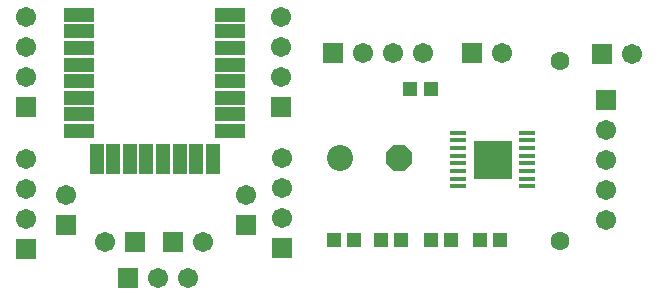
<source format=gts>
G04 Layer_Color=8388736*
%FSLAX25Y25*%
%MOIN*%
G70*
G01*
G75*
%ADD39R,0.10433X0.04724*%
%ADD40R,0.04724X0.10433*%
%ADD41R,0.05131X0.04737*%
%ADD42R,0.05512X0.01772*%
%ADD43R,0.12598X0.12598*%
%ADD44C,0.06706*%
%ADD45R,0.06706X0.06706*%
%ADD46R,0.06706X0.06706*%
%ADD47C,0.08674*%
%ADD48P,0.09389X8X202.5*%
%ADD49C,0.06312*%
D39*
X26378Y56854D02*
D03*
Y62366D02*
D03*
Y67878D02*
D03*
Y73390D02*
D03*
Y78902D02*
D03*
Y84414D02*
D03*
Y89925D02*
D03*
Y95437D02*
D03*
X76772D02*
D03*
Y89925D02*
D03*
Y84414D02*
D03*
Y78902D02*
D03*
Y73390D02*
D03*
Y67878D02*
D03*
Y62366D02*
D03*
Y56854D02*
D03*
D40*
X32284Y47406D02*
D03*
X37795D02*
D03*
X43307D02*
D03*
X48819D02*
D03*
X54331D02*
D03*
X59843D02*
D03*
X65355D02*
D03*
X70866D02*
D03*
D41*
X111221Y20472D02*
D03*
X117913D02*
D03*
X133661D02*
D03*
X126969D02*
D03*
X143504Y70866D02*
D03*
X136811D02*
D03*
X143504Y20472D02*
D03*
X150197D02*
D03*
X166732D02*
D03*
X160039D02*
D03*
D42*
X175591Y45965D02*
D03*
Y48524D02*
D03*
Y51083D02*
D03*
Y53642D02*
D03*
Y56201D02*
D03*
Y43406D02*
D03*
Y40846D02*
D03*
Y38287D02*
D03*
X152756D02*
D03*
Y40846D02*
D03*
Y43406D02*
D03*
Y56201D02*
D03*
Y53642D02*
D03*
Y51083D02*
D03*
Y48524D02*
D03*
Y45965D02*
D03*
D43*
X164173Y47244D02*
D03*
D44*
X93575Y94788D02*
D03*
Y84788D02*
D03*
Y74788D02*
D03*
X94075Y47788D02*
D03*
Y37788D02*
D03*
Y27788D02*
D03*
X82075Y35288D02*
D03*
X67575Y19788D02*
D03*
X35075D02*
D03*
X52575Y7788D02*
D03*
X62575D02*
D03*
X8575Y94788D02*
D03*
Y84788D02*
D03*
Y74788D02*
D03*
Y47288D02*
D03*
Y37288D02*
D03*
Y27288D02*
D03*
X22075Y35288D02*
D03*
X201969Y26929D02*
D03*
Y36929D02*
D03*
Y46929D02*
D03*
Y56929D02*
D03*
X167480Y82677D02*
D03*
X141024D02*
D03*
X131024D02*
D03*
X121024D02*
D03*
X210787Y82284D02*
D03*
D45*
X93575Y64788D02*
D03*
X94075Y17788D02*
D03*
X82075Y25288D02*
D03*
X8575Y64788D02*
D03*
Y17288D02*
D03*
X22075Y25288D02*
D03*
X201969Y66929D02*
D03*
D46*
X57575Y19788D02*
D03*
X45075D02*
D03*
X42575Y7788D02*
D03*
X157480Y82677D02*
D03*
X111024D02*
D03*
X200787Y82284D02*
D03*
D47*
X113386Y47638D02*
D03*
D48*
X133071D02*
D03*
D49*
X186614Y20000D02*
D03*
Y80000D02*
D03*
M02*

</source>
